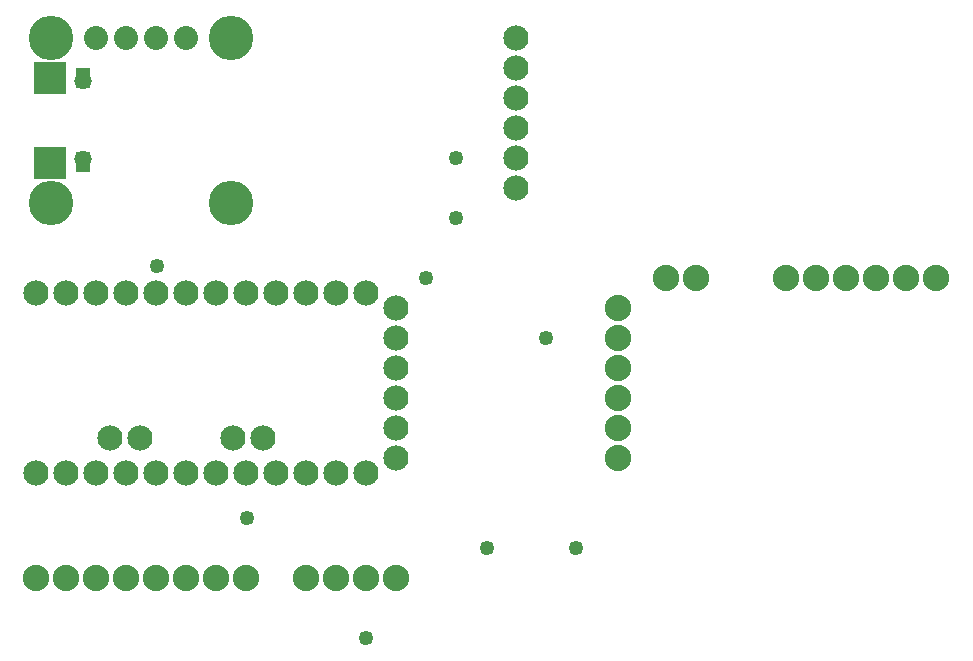
<source format=gts>
G04 MADE WITH FRITZING*
G04 WWW.FRITZING.ORG*
G04 DOUBLE SIDED*
G04 HOLES PLATED*
G04 CONTOUR ON CENTER OF CONTOUR VECTOR*
%ASAXBY*%
%FSLAX23Y23*%
%MOIN*%
%OFA0B0*%
%SFA1.0B1.0*%
%ADD10C,0.088000*%
%ADD11C,0.049370*%
%ADD12C,0.084000*%
%ADD13C,0.148425*%
%ADD14C,0.108425*%
%ADD15C,0.080000*%
%ADD16C,0.057559*%
%ADD17R,0.108425X0.108425*%
%ADD18R,0.001000X0.001000*%
%LNMASK1*%
G90*
G70*
G54D10*
X1088Y501D03*
X1188Y501D03*
X1288Y501D03*
X1388Y501D03*
G54D11*
X1588Y1901D03*
X1588Y1701D03*
G54D12*
X1788Y1801D03*
X1788Y1901D03*
X1788Y2001D03*
X1788Y2101D03*
X1788Y2201D03*
X1788Y2301D03*
X1388Y901D03*
X1388Y1001D03*
X1388Y1101D03*
X1388Y1201D03*
X1388Y1301D03*
X1388Y1401D03*
X843Y966D03*
X943Y966D03*
X433Y966D03*
X533Y966D03*
X1288Y851D03*
X1188Y851D03*
X1088Y851D03*
X988Y851D03*
X888Y851D03*
X788Y851D03*
X688Y851D03*
X588Y851D03*
X488Y851D03*
X388Y851D03*
X288Y851D03*
X188Y851D03*
X188Y1451D03*
X288Y1451D03*
X388Y1451D03*
X488Y1451D03*
X588Y1451D03*
X688Y1451D03*
X788Y1451D03*
X888Y1451D03*
X988Y1451D03*
X1088Y1451D03*
X1188Y1451D03*
X1288Y1451D03*
G54D13*
X838Y2301D03*
G54D14*
X234Y2168D03*
G54D13*
X238Y2301D03*
G54D15*
X688Y2301D03*
G54D16*
X344Y2156D03*
G54D15*
X588Y2301D03*
X388Y2301D03*
X488Y2301D03*
G54D13*
X838Y1751D03*
X238Y1751D03*
G54D16*
X344Y1896D03*
G54D14*
X234Y1885D03*
G54D10*
X2388Y1501D03*
X2288Y1501D03*
X2388Y1501D03*
X2288Y1501D03*
X2688Y1501D03*
X2788Y1501D03*
X2888Y1501D03*
X2988Y1501D03*
X3088Y1501D03*
X3188Y1501D03*
X2688Y1501D03*
X2788Y1501D03*
X2888Y1501D03*
X2988Y1501D03*
X3088Y1501D03*
X3188Y1501D03*
G54D11*
X1488Y1501D03*
X1888Y1301D03*
X1288Y301D03*
G54D10*
X188Y501D03*
X288Y501D03*
X388Y501D03*
X488Y501D03*
X588Y501D03*
X688Y501D03*
X788Y501D03*
X888Y501D03*
G54D11*
X1987Y602D03*
X1690Y602D03*
X889Y700D03*
X590Y1541D03*
G54D10*
X2128Y1401D03*
X2128Y1301D03*
X2128Y1201D03*
X2128Y1101D03*
X2128Y1001D03*
X2128Y901D03*
G54D17*
X234Y2168D03*
X234Y1885D03*
G54D18*
X320Y2199D02*
X367Y2199D01*
X320Y2198D02*
X367Y2198D01*
X320Y2197D02*
X367Y2197D01*
X320Y2196D02*
X367Y2196D01*
X320Y2195D02*
X367Y2195D01*
X320Y2194D02*
X367Y2194D01*
X320Y2193D02*
X367Y2193D01*
X320Y2192D02*
X367Y2192D01*
X320Y2191D02*
X367Y2191D01*
X320Y2190D02*
X367Y2190D01*
X320Y2189D02*
X367Y2189D01*
X320Y2188D02*
X367Y2188D01*
X320Y2187D02*
X367Y2187D01*
X320Y2186D02*
X367Y2186D01*
X320Y2185D02*
X367Y2185D01*
X320Y2184D02*
X367Y2184D01*
X320Y2183D02*
X367Y2183D01*
X320Y2182D02*
X367Y2182D01*
X320Y2181D02*
X367Y2181D01*
X320Y2180D02*
X367Y2180D01*
X320Y2179D02*
X367Y2179D01*
X320Y2178D02*
X367Y2178D01*
X320Y2177D02*
X367Y2177D01*
X320Y2176D02*
X367Y2176D01*
X320Y2175D02*
X367Y2175D01*
X320Y2174D02*
X367Y2174D01*
X320Y2173D02*
X367Y2173D01*
X320Y2172D02*
X367Y2172D01*
X320Y2171D02*
X367Y2171D01*
X320Y2170D02*
X339Y2170D01*
X348Y2170D02*
X367Y2170D01*
X320Y2169D02*
X336Y2169D01*
X350Y2169D02*
X367Y2169D01*
X320Y2168D02*
X335Y2168D01*
X352Y2168D02*
X367Y2168D01*
X320Y2167D02*
X334Y2167D01*
X353Y2167D02*
X367Y2167D01*
X320Y2166D02*
X333Y2166D01*
X354Y2166D02*
X367Y2166D01*
X320Y2165D02*
X332Y2165D01*
X355Y2165D02*
X367Y2165D01*
X320Y2164D02*
X331Y2164D01*
X356Y2164D02*
X367Y2164D01*
X320Y2163D02*
X330Y2163D01*
X356Y2163D02*
X367Y2163D01*
X320Y2162D02*
X330Y2162D01*
X357Y2162D02*
X367Y2162D01*
X320Y2161D02*
X330Y2161D01*
X357Y2161D02*
X367Y2161D01*
X320Y2160D02*
X329Y2160D01*
X357Y2160D02*
X367Y2160D01*
X320Y2159D02*
X329Y2159D01*
X357Y2159D02*
X367Y2159D01*
X320Y2158D02*
X329Y2158D01*
X357Y2158D02*
X367Y2158D01*
X320Y2157D02*
X329Y2157D01*
X357Y2157D02*
X367Y2157D01*
X320Y2156D02*
X329Y2156D01*
X357Y2156D02*
X367Y2156D01*
X320Y2155D02*
X329Y2155D01*
X357Y2155D02*
X367Y2155D01*
X320Y2154D02*
X329Y2154D01*
X357Y2154D02*
X367Y2154D01*
X320Y2153D02*
X330Y2153D01*
X357Y2153D02*
X367Y2153D01*
X320Y2152D02*
X330Y2152D01*
X357Y2152D02*
X367Y2152D01*
X320Y2151D02*
X330Y2151D01*
X356Y2151D02*
X367Y2151D01*
X320Y2150D02*
X331Y2150D01*
X356Y2150D02*
X367Y2150D01*
X320Y2149D02*
X331Y2149D01*
X355Y2149D02*
X367Y2149D01*
X320Y2148D02*
X332Y2148D01*
X354Y2148D02*
X367Y2148D01*
X320Y2147D02*
X333Y2147D01*
X353Y2147D02*
X367Y2147D01*
X320Y2146D02*
X334Y2146D01*
X352Y2146D02*
X367Y2146D01*
X320Y2145D02*
X336Y2145D01*
X351Y2145D02*
X367Y2145D01*
X320Y2144D02*
X338Y2144D01*
X349Y2144D02*
X367Y2144D01*
X320Y2143D02*
X367Y2143D01*
X320Y2142D02*
X367Y2142D01*
X320Y2141D02*
X367Y2141D01*
X320Y2140D02*
X367Y2140D01*
X320Y2139D02*
X367Y2139D01*
X320Y2138D02*
X367Y2138D01*
X320Y2137D02*
X367Y2137D01*
X320Y2136D02*
X367Y2136D01*
X320Y2135D02*
X367Y2135D01*
X320Y2134D02*
X367Y2134D01*
X340Y2133D02*
X347Y2133D01*
X343Y1921D02*
X344Y1921D01*
X320Y1920D02*
X367Y1920D01*
X320Y1919D02*
X367Y1919D01*
X320Y1918D02*
X367Y1918D01*
X320Y1917D02*
X367Y1917D01*
X320Y1916D02*
X367Y1916D01*
X320Y1915D02*
X367Y1915D01*
X320Y1914D02*
X367Y1914D01*
X320Y1913D02*
X367Y1913D01*
X320Y1912D02*
X367Y1912D01*
X320Y1911D02*
X367Y1911D01*
X320Y1910D02*
X338Y1910D01*
X348Y1910D02*
X367Y1910D01*
X320Y1909D02*
X336Y1909D01*
X351Y1909D02*
X367Y1909D01*
X320Y1908D02*
X335Y1908D01*
X352Y1908D02*
X367Y1908D01*
X320Y1907D02*
X333Y1907D01*
X353Y1907D02*
X367Y1907D01*
X320Y1906D02*
X332Y1906D01*
X354Y1906D02*
X367Y1906D01*
X320Y1905D02*
X332Y1905D01*
X355Y1905D02*
X367Y1905D01*
X320Y1904D02*
X331Y1904D01*
X356Y1904D02*
X367Y1904D01*
X320Y1903D02*
X330Y1903D01*
X356Y1903D02*
X367Y1903D01*
X320Y1902D02*
X330Y1902D01*
X357Y1902D02*
X367Y1902D01*
X320Y1901D02*
X330Y1901D01*
X357Y1901D02*
X367Y1901D01*
X320Y1900D02*
X329Y1900D01*
X357Y1900D02*
X367Y1900D01*
X320Y1899D02*
X329Y1899D01*
X357Y1899D02*
X367Y1899D01*
X320Y1898D02*
X329Y1898D01*
X357Y1898D02*
X367Y1898D01*
X320Y1897D02*
X329Y1897D01*
X357Y1897D02*
X367Y1897D01*
X320Y1896D02*
X329Y1896D01*
X357Y1896D02*
X367Y1896D01*
X320Y1895D02*
X329Y1895D01*
X357Y1895D02*
X367Y1895D01*
X320Y1894D02*
X329Y1894D01*
X357Y1894D02*
X367Y1894D01*
X320Y1893D02*
X330Y1893D01*
X357Y1893D02*
X367Y1893D01*
X320Y1892D02*
X330Y1892D01*
X357Y1892D02*
X367Y1892D01*
X320Y1891D02*
X330Y1891D01*
X356Y1891D02*
X367Y1891D01*
X320Y1890D02*
X331Y1890D01*
X356Y1890D02*
X367Y1890D01*
X320Y1889D02*
X332Y1889D01*
X355Y1889D02*
X367Y1889D01*
X320Y1888D02*
X332Y1888D01*
X354Y1888D02*
X367Y1888D01*
X320Y1887D02*
X333Y1887D01*
X353Y1887D02*
X367Y1887D01*
X320Y1886D02*
X335Y1886D01*
X352Y1886D02*
X367Y1886D01*
X320Y1885D02*
X336Y1885D01*
X351Y1885D02*
X367Y1885D01*
X320Y1884D02*
X338Y1884D01*
X349Y1884D02*
X367Y1884D01*
X320Y1883D02*
X367Y1883D01*
X320Y1882D02*
X367Y1882D01*
X320Y1881D02*
X367Y1881D01*
X320Y1880D02*
X367Y1880D01*
X320Y1879D02*
X367Y1879D01*
X320Y1878D02*
X367Y1878D01*
X320Y1877D02*
X367Y1877D01*
X320Y1876D02*
X367Y1876D01*
X320Y1875D02*
X367Y1875D01*
X320Y1874D02*
X367Y1874D01*
X320Y1873D02*
X367Y1873D01*
X320Y1872D02*
X367Y1872D01*
X320Y1871D02*
X367Y1871D01*
X320Y1870D02*
X367Y1870D01*
X320Y1869D02*
X367Y1869D01*
X320Y1868D02*
X367Y1868D01*
X320Y1867D02*
X367Y1867D01*
X320Y1866D02*
X367Y1866D01*
X320Y1865D02*
X367Y1865D01*
X320Y1864D02*
X367Y1864D01*
X320Y1863D02*
X367Y1863D01*
X320Y1862D02*
X367Y1862D01*
X320Y1861D02*
X367Y1861D01*
X320Y1860D02*
X367Y1860D01*
X320Y1859D02*
X367Y1859D01*
X320Y1858D02*
X367Y1858D01*
X320Y1857D02*
X367Y1857D01*
X320Y1856D02*
X367Y1856D01*
X320Y1855D02*
X367Y1855D01*
D02*
G04 End of Mask1*
M02*
</source>
